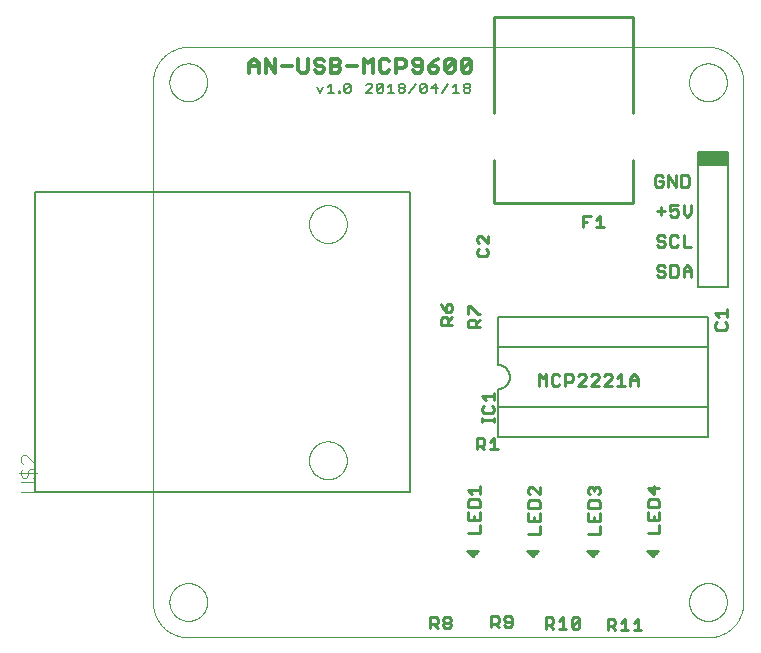
<source format=gto>
G75*
%MOIN*%
%OFA0B0*%
%FSLAX25Y25*%
%IPPOS*%
%LPD*%
%AMOC8*
5,1,8,0,0,1.08239X$1,22.5*
%
%ADD10C,0.00000*%
%ADD11C,0.00900*%
%ADD12C,0.01200*%
%ADD13C,0.00800*%
%ADD14C,0.00600*%
%ADD15C,0.01000*%
%ADD16C,0.00500*%
%ADD17C,0.00787*%
%ADD18R,0.10000X0.05000*%
%ADD19C,0.00400*%
D10*
X0046801Y0017535D02*
X0046801Y0190764D01*
X0052313Y0190764D02*
X0052315Y0190922D01*
X0052321Y0191080D01*
X0052331Y0191238D01*
X0052345Y0191396D01*
X0052363Y0191553D01*
X0052384Y0191710D01*
X0052410Y0191866D01*
X0052440Y0192022D01*
X0052473Y0192177D01*
X0052511Y0192330D01*
X0052552Y0192483D01*
X0052597Y0192635D01*
X0052646Y0192786D01*
X0052699Y0192935D01*
X0052755Y0193083D01*
X0052815Y0193229D01*
X0052879Y0193374D01*
X0052947Y0193517D01*
X0053018Y0193659D01*
X0053092Y0193799D01*
X0053170Y0193936D01*
X0053252Y0194072D01*
X0053336Y0194206D01*
X0053425Y0194337D01*
X0053516Y0194466D01*
X0053611Y0194593D01*
X0053708Y0194718D01*
X0053809Y0194840D01*
X0053913Y0194959D01*
X0054020Y0195076D01*
X0054130Y0195190D01*
X0054243Y0195301D01*
X0054358Y0195410D01*
X0054476Y0195515D01*
X0054597Y0195617D01*
X0054720Y0195717D01*
X0054846Y0195813D01*
X0054974Y0195906D01*
X0055104Y0195996D01*
X0055237Y0196082D01*
X0055372Y0196166D01*
X0055508Y0196245D01*
X0055647Y0196322D01*
X0055788Y0196394D01*
X0055930Y0196464D01*
X0056074Y0196529D01*
X0056220Y0196591D01*
X0056367Y0196649D01*
X0056516Y0196704D01*
X0056666Y0196755D01*
X0056817Y0196802D01*
X0056969Y0196845D01*
X0057122Y0196884D01*
X0057277Y0196920D01*
X0057432Y0196951D01*
X0057588Y0196979D01*
X0057744Y0197003D01*
X0057901Y0197023D01*
X0058059Y0197039D01*
X0058216Y0197051D01*
X0058375Y0197059D01*
X0058533Y0197063D01*
X0058691Y0197063D01*
X0058849Y0197059D01*
X0059008Y0197051D01*
X0059165Y0197039D01*
X0059323Y0197023D01*
X0059480Y0197003D01*
X0059636Y0196979D01*
X0059792Y0196951D01*
X0059947Y0196920D01*
X0060102Y0196884D01*
X0060255Y0196845D01*
X0060407Y0196802D01*
X0060558Y0196755D01*
X0060708Y0196704D01*
X0060857Y0196649D01*
X0061004Y0196591D01*
X0061150Y0196529D01*
X0061294Y0196464D01*
X0061436Y0196394D01*
X0061577Y0196322D01*
X0061716Y0196245D01*
X0061852Y0196166D01*
X0061987Y0196082D01*
X0062120Y0195996D01*
X0062250Y0195906D01*
X0062378Y0195813D01*
X0062504Y0195717D01*
X0062627Y0195617D01*
X0062748Y0195515D01*
X0062866Y0195410D01*
X0062981Y0195301D01*
X0063094Y0195190D01*
X0063204Y0195076D01*
X0063311Y0194959D01*
X0063415Y0194840D01*
X0063516Y0194718D01*
X0063613Y0194593D01*
X0063708Y0194466D01*
X0063799Y0194337D01*
X0063888Y0194206D01*
X0063972Y0194072D01*
X0064054Y0193936D01*
X0064132Y0193799D01*
X0064206Y0193659D01*
X0064277Y0193517D01*
X0064345Y0193374D01*
X0064409Y0193229D01*
X0064469Y0193083D01*
X0064525Y0192935D01*
X0064578Y0192786D01*
X0064627Y0192635D01*
X0064672Y0192483D01*
X0064713Y0192330D01*
X0064751Y0192177D01*
X0064784Y0192022D01*
X0064814Y0191866D01*
X0064840Y0191710D01*
X0064861Y0191553D01*
X0064879Y0191396D01*
X0064893Y0191238D01*
X0064903Y0191080D01*
X0064909Y0190922D01*
X0064911Y0190764D01*
X0064909Y0190606D01*
X0064903Y0190448D01*
X0064893Y0190290D01*
X0064879Y0190132D01*
X0064861Y0189975D01*
X0064840Y0189818D01*
X0064814Y0189662D01*
X0064784Y0189506D01*
X0064751Y0189351D01*
X0064713Y0189198D01*
X0064672Y0189045D01*
X0064627Y0188893D01*
X0064578Y0188742D01*
X0064525Y0188593D01*
X0064469Y0188445D01*
X0064409Y0188299D01*
X0064345Y0188154D01*
X0064277Y0188011D01*
X0064206Y0187869D01*
X0064132Y0187729D01*
X0064054Y0187592D01*
X0063972Y0187456D01*
X0063888Y0187322D01*
X0063799Y0187191D01*
X0063708Y0187062D01*
X0063613Y0186935D01*
X0063516Y0186810D01*
X0063415Y0186688D01*
X0063311Y0186569D01*
X0063204Y0186452D01*
X0063094Y0186338D01*
X0062981Y0186227D01*
X0062866Y0186118D01*
X0062748Y0186013D01*
X0062627Y0185911D01*
X0062504Y0185811D01*
X0062378Y0185715D01*
X0062250Y0185622D01*
X0062120Y0185532D01*
X0061987Y0185446D01*
X0061852Y0185362D01*
X0061716Y0185283D01*
X0061577Y0185206D01*
X0061436Y0185134D01*
X0061294Y0185064D01*
X0061150Y0184999D01*
X0061004Y0184937D01*
X0060857Y0184879D01*
X0060708Y0184824D01*
X0060558Y0184773D01*
X0060407Y0184726D01*
X0060255Y0184683D01*
X0060102Y0184644D01*
X0059947Y0184608D01*
X0059792Y0184577D01*
X0059636Y0184549D01*
X0059480Y0184525D01*
X0059323Y0184505D01*
X0059165Y0184489D01*
X0059008Y0184477D01*
X0058849Y0184469D01*
X0058691Y0184465D01*
X0058533Y0184465D01*
X0058375Y0184469D01*
X0058216Y0184477D01*
X0058059Y0184489D01*
X0057901Y0184505D01*
X0057744Y0184525D01*
X0057588Y0184549D01*
X0057432Y0184577D01*
X0057277Y0184608D01*
X0057122Y0184644D01*
X0056969Y0184683D01*
X0056817Y0184726D01*
X0056666Y0184773D01*
X0056516Y0184824D01*
X0056367Y0184879D01*
X0056220Y0184937D01*
X0056074Y0184999D01*
X0055930Y0185064D01*
X0055788Y0185134D01*
X0055647Y0185206D01*
X0055508Y0185283D01*
X0055372Y0185362D01*
X0055237Y0185446D01*
X0055104Y0185532D01*
X0054974Y0185622D01*
X0054846Y0185715D01*
X0054720Y0185811D01*
X0054597Y0185911D01*
X0054476Y0186013D01*
X0054358Y0186118D01*
X0054243Y0186227D01*
X0054130Y0186338D01*
X0054020Y0186452D01*
X0053913Y0186569D01*
X0053809Y0186688D01*
X0053708Y0186810D01*
X0053611Y0186935D01*
X0053516Y0187062D01*
X0053425Y0187191D01*
X0053336Y0187322D01*
X0053252Y0187456D01*
X0053170Y0187592D01*
X0053092Y0187729D01*
X0053018Y0187869D01*
X0052947Y0188011D01*
X0052879Y0188154D01*
X0052815Y0188299D01*
X0052755Y0188445D01*
X0052699Y0188593D01*
X0052646Y0188742D01*
X0052597Y0188893D01*
X0052552Y0189045D01*
X0052511Y0189198D01*
X0052473Y0189351D01*
X0052440Y0189506D01*
X0052410Y0189662D01*
X0052384Y0189818D01*
X0052363Y0189975D01*
X0052345Y0190132D01*
X0052331Y0190290D01*
X0052321Y0190448D01*
X0052315Y0190606D01*
X0052313Y0190764D01*
X0046801Y0190764D02*
X0046804Y0191049D01*
X0046815Y0191335D01*
X0046832Y0191620D01*
X0046856Y0191904D01*
X0046887Y0192188D01*
X0046925Y0192471D01*
X0046970Y0192752D01*
X0047021Y0193033D01*
X0047079Y0193313D01*
X0047144Y0193591D01*
X0047216Y0193867D01*
X0047294Y0194141D01*
X0047379Y0194414D01*
X0047471Y0194684D01*
X0047569Y0194952D01*
X0047673Y0195218D01*
X0047784Y0195481D01*
X0047901Y0195741D01*
X0048024Y0195999D01*
X0048154Y0196253D01*
X0048290Y0196504D01*
X0048431Y0196752D01*
X0048579Y0196996D01*
X0048732Y0197237D01*
X0048892Y0197473D01*
X0049057Y0197706D01*
X0049227Y0197935D01*
X0049403Y0198160D01*
X0049585Y0198380D01*
X0049771Y0198596D01*
X0049963Y0198807D01*
X0050160Y0199014D01*
X0050362Y0199216D01*
X0050569Y0199413D01*
X0050780Y0199605D01*
X0050996Y0199791D01*
X0051216Y0199973D01*
X0051441Y0200149D01*
X0051670Y0200319D01*
X0051903Y0200484D01*
X0052139Y0200644D01*
X0052380Y0200797D01*
X0052624Y0200945D01*
X0052872Y0201086D01*
X0053123Y0201222D01*
X0053377Y0201352D01*
X0053635Y0201475D01*
X0053895Y0201592D01*
X0054158Y0201703D01*
X0054424Y0201807D01*
X0054692Y0201905D01*
X0054962Y0201997D01*
X0055235Y0202082D01*
X0055509Y0202160D01*
X0055785Y0202232D01*
X0056063Y0202297D01*
X0056343Y0202355D01*
X0056624Y0202406D01*
X0056905Y0202451D01*
X0057188Y0202489D01*
X0057472Y0202520D01*
X0057756Y0202544D01*
X0058041Y0202561D01*
X0058327Y0202572D01*
X0058612Y0202575D01*
X0231840Y0202575D01*
X0225541Y0190764D02*
X0225543Y0190922D01*
X0225549Y0191080D01*
X0225559Y0191238D01*
X0225573Y0191396D01*
X0225591Y0191553D01*
X0225612Y0191710D01*
X0225638Y0191866D01*
X0225668Y0192022D01*
X0225701Y0192177D01*
X0225739Y0192330D01*
X0225780Y0192483D01*
X0225825Y0192635D01*
X0225874Y0192786D01*
X0225927Y0192935D01*
X0225983Y0193083D01*
X0226043Y0193229D01*
X0226107Y0193374D01*
X0226175Y0193517D01*
X0226246Y0193659D01*
X0226320Y0193799D01*
X0226398Y0193936D01*
X0226480Y0194072D01*
X0226564Y0194206D01*
X0226653Y0194337D01*
X0226744Y0194466D01*
X0226839Y0194593D01*
X0226936Y0194718D01*
X0227037Y0194840D01*
X0227141Y0194959D01*
X0227248Y0195076D01*
X0227358Y0195190D01*
X0227471Y0195301D01*
X0227586Y0195410D01*
X0227704Y0195515D01*
X0227825Y0195617D01*
X0227948Y0195717D01*
X0228074Y0195813D01*
X0228202Y0195906D01*
X0228332Y0195996D01*
X0228465Y0196082D01*
X0228600Y0196166D01*
X0228736Y0196245D01*
X0228875Y0196322D01*
X0229016Y0196394D01*
X0229158Y0196464D01*
X0229302Y0196529D01*
X0229448Y0196591D01*
X0229595Y0196649D01*
X0229744Y0196704D01*
X0229894Y0196755D01*
X0230045Y0196802D01*
X0230197Y0196845D01*
X0230350Y0196884D01*
X0230505Y0196920D01*
X0230660Y0196951D01*
X0230816Y0196979D01*
X0230972Y0197003D01*
X0231129Y0197023D01*
X0231287Y0197039D01*
X0231444Y0197051D01*
X0231603Y0197059D01*
X0231761Y0197063D01*
X0231919Y0197063D01*
X0232077Y0197059D01*
X0232236Y0197051D01*
X0232393Y0197039D01*
X0232551Y0197023D01*
X0232708Y0197003D01*
X0232864Y0196979D01*
X0233020Y0196951D01*
X0233175Y0196920D01*
X0233330Y0196884D01*
X0233483Y0196845D01*
X0233635Y0196802D01*
X0233786Y0196755D01*
X0233936Y0196704D01*
X0234085Y0196649D01*
X0234232Y0196591D01*
X0234378Y0196529D01*
X0234522Y0196464D01*
X0234664Y0196394D01*
X0234805Y0196322D01*
X0234944Y0196245D01*
X0235080Y0196166D01*
X0235215Y0196082D01*
X0235348Y0195996D01*
X0235478Y0195906D01*
X0235606Y0195813D01*
X0235732Y0195717D01*
X0235855Y0195617D01*
X0235976Y0195515D01*
X0236094Y0195410D01*
X0236209Y0195301D01*
X0236322Y0195190D01*
X0236432Y0195076D01*
X0236539Y0194959D01*
X0236643Y0194840D01*
X0236744Y0194718D01*
X0236841Y0194593D01*
X0236936Y0194466D01*
X0237027Y0194337D01*
X0237116Y0194206D01*
X0237200Y0194072D01*
X0237282Y0193936D01*
X0237360Y0193799D01*
X0237434Y0193659D01*
X0237505Y0193517D01*
X0237573Y0193374D01*
X0237637Y0193229D01*
X0237697Y0193083D01*
X0237753Y0192935D01*
X0237806Y0192786D01*
X0237855Y0192635D01*
X0237900Y0192483D01*
X0237941Y0192330D01*
X0237979Y0192177D01*
X0238012Y0192022D01*
X0238042Y0191866D01*
X0238068Y0191710D01*
X0238089Y0191553D01*
X0238107Y0191396D01*
X0238121Y0191238D01*
X0238131Y0191080D01*
X0238137Y0190922D01*
X0238139Y0190764D01*
X0238137Y0190606D01*
X0238131Y0190448D01*
X0238121Y0190290D01*
X0238107Y0190132D01*
X0238089Y0189975D01*
X0238068Y0189818D01*
X0238042Y0189662D01*
X0238012Y0189506D01*
X0237979Y0189351D01*
X0237941Y0189198D01*
X0237900Y0189045D01*
X0237855Y0188893D01*
X0237806Y0188742D01*
X0237753Y0188593D01*
X0237697Y0188445D01*
X0237637Y0188299D01*
X0237573Y0188154D01*
X0237505Y0188011D01*
X0237434Y0187869D01*
X0237360Y0187729D01*
X0237282Y0187592D01*
X0237200Y0187456D01*
X0237116Y0187322D01*
X0237027Y0187191D01*
X0236936Y0187062D01*
X0236841Y0186935D01*
X0236744Y0186810D01*
X0236643Y0186688D01*
X0236539Y0186569D01*
X0236432Y0186452D01*
X0236322Y0186338D01*
X0236209Y0186227D01*
X0236094Y0186118D01*
X0235976Y0186013D01*
X0235855Y0185911D01*
X0235732Y0185811D01*
X0235606Y0185715D01*
X0235478Y0185622D01*
X0235348Y0185532D01*
X0235215Y0185446D01*
X0235080Y0185362D01*
X0234944Y0185283D01*
X0234805Y0185206D01*
X0234664Y0185134D01*
X0234522Y0185064D01*
X0234378Y0184999D01*
X0234232Y0184937D01*
X0234085Y0184879D01*
X0233936Y0184824D01*
X0233786Y0184773D01*
X0233635Y0184726D01*
X0233483Y0184683D01*
X0233330Y0184644D01*
X0233175Y0184608D01*
X0233020Y0184577D01*
X0232864Y0184549D01*
X0232708Y0184525D01*
X0232551Y0184505D01*
X0232393Y0184489D01*
X0232236Y0184477D01*
X0232077Y0184469D01*
X0231919Y0184465D01*
X0231761Y0184465D01*
X0231603Y0184469D01*
X0231444Y0184477D01*
X0231287Y0184489D01*
X0231129Y0184505D01*
X0230972Y0184525D01*
X0230816Y0184549D01*
X0230660Y0184577D01*
X0230505Y0184608D01*
X0230350Y0184644D01*
X0230197Y0184683D01*
X0230045Y0184726D01*
X0229894Y0184773D01*
X0229744Y0184824D01*
X0229595Y0184879D01*
X0229448Y0184937D01*
X0229302Y0184999D01*
X0229158Y0185064D01*
X0229016Y0185134D01*
X0228875Y0185206D01*
X0228736Y0185283D01*
X0228600Y0185362D01*
X0228465Y0185446D01*
X0228332Y0185532D01*
X0228202Y0185622D01*
X0228074Y0185715D01*
X0227948Y0185811D01*
X0227825Y0185911D01*
X0227704Y0186013D01*
X0227586Y0186118D01*
X0227471Y0186227D01*
X0227358Y0186338D01*
X0227248Y0186452D01*
X0227141Y0186569D01*
X0227037Y0186688D01*
X0226936Y0186810D01*
X0226839Y0186935D01*
X0226744Y0187062D01*
X0226653Y0187191D01*
X0226564Y0187322D01*
X0226480Y0187456D01*
X0226398Y0187592D01*
X0226320Y0187729D01*
X0226246Y0187869D01*
X0226175Y0188011D01*
X0226107Y0188154D01*
X0226043Y0188299D01*
X0225983Y0188445D01*
X0225927Y0188593D01*
X0225874Y0188742D01*
X0225825Y0188893D01*
X0225780Y0189045D01*
X0225739Y0189198D01*
X0225701Y0189351D01*
X0225668Y0189506D01*
X0225638Y0189662D01*
X0225612Y0189818D01*
X0225591Y0189975D01*
X0225573Y0190132D01*
X0225559Y0190290D01*
X0225549Y0190448D01*
X0225543Y0190606D01*
X0225541Y0190764D01*
X0231840Y0202575D02*
X0232125Y0202572D01*
X0232411Y0202561D01*
X0232696Y0202544D01*
X0232980Y0202520D01*
X0233264Y0202489D01*
X0233547Y0202451D01*
X0233828Y0202406D01*
X0234109Y0202355D01*
X0234389Y0202297D01*
X0234667Y0202232D01*
X0234943Y0202160D01*
X0235217Y0202082D01*
X0235490Y0201997D01*
X0235760Y0201905D01*
X0236028Y0201807D01*
X0236294Y0201703D01*
X0236557Y0201592D01*
X0236817Y0201475D01*
X0237075Y0201352D01*
X0237329Y0201222D01*
X0237580Y0201086D01*
X0237828Y0200945D01*
X0238072Y0200797D01*
X0238313Y0200644D01*
X0238549Y0200484D01*
X0238782Y0200319D01*
X0239011Y0200149D01*
X0239236Y0199973D01*
X0239456Y0199791D01*
X0239672Y0199605D01*
X0239883Y0199413D01*
X0240090Y0199216D01*
X0240292Y0199014D01*
X0240489Y0198807D01*
X0240681Y0198596D01*
X0240867Y0198380D01*
X0241049Y0198160D01*
X0241225Y0197935D01*
X0241395Y0197706D01*
X0241560Y0197473D01*
X0241720Y0197237D01*
X0241873Y0196996D01*
X0242021Y0196752D01*
X0242162Y0196504D01*
X0242298Y0196253D01*
X0242428Y0195999D01*
X0242551Y0195741D01*
X0242668Y0195481D01*
X0242779Y0195218D01*
X0242883Y0194952D01*
X0242981Y0194684D01*
X0243073Y0194414D01*
X0243158Y0194141D01*
X0243236Y0193867D01*
X0243308Y0193591D01*
X0243373Y0193313D01*
X0243431Y0193033D01*
X0243482Y0192752D01*
X0243527Y0192471D01*
X0243565Y0192188D01*
X0243596Y0191904D01*
X0243620Y0191620D01*
X0243637Y0191335D01*
X0243648Y0191049D01*
X0243651Y0190764D01*
X0243651Y0017535D01*
X0225541Y0017535D02*
X0225543Y0017693D01*
X0225549Y0017851D01*
X0225559Y0018009D01*
X0225573Y0018167D01*
X0225591Y0018324D01*
X0225612Y0018481D01*
X0225638Y0018637D01*
X0225668Y0018793D01*
X0225701Y0018948D01*
X0225739Y0019101D01*
X0225780Y0019254D01*
X0225825Y0019406D01*
X0225874Y0019557D01*
X0225927Y0019706D01*
X0225983Y0019854D01*
X0226043Y0020000D01*
X0226107Y0020145D01*
X0226175Y0020288D01*
X0226246Y0020430D01*
X0226320Y0020570D01*
X0226398Y0020707D01*
X0226480Y0020843D01*
X0226564Y0020977D01*
X0226653Y0021108D01*
X0226744Y0021237D01*
X0226839Y0021364D01*
X0226936Y0021489D01*
X0227037Y0021611D01*
X0227141Y0021730D01*
X0227248Y0021847D01*
X0227358Y0021961D01*
X0227471Y0022072D01*
X0227586Y0022181D01*
X0227704Y0022286D01*
X0227825Y0022388D01*
X0227948Y0022488D01*
X0228074Y0022584D01*
X0228202Y0022677D01*
X0228332Y0022767D01*
X0228465Y0022853D01*
X0228600Y0022937D01*
X0228736Y0023016D01*
X0228875Y0023093D01*
X0229016Y0023165D01*
X0229158Y0023235D01*
X0229302Y0023300D01*
X0229448Y0023362D01*
X0229595Y0023420D01*
X0229744Y0023475D01*
X0229894Y0023526D01*
X0230045Y0023573D01*
X0230197Y0023616D01*
X0230350Y0023655D01*
X0230505Y0023691D01*
X0230660Y0023722D01*
X0230816Y0023750D01*
X0230972Y0023774D01*
X0231129Y0023794D01*
X0231287Y0023810D01*
X0231444Y0023822D01*
X0231603Y0023830D01*
X0231761Y0023834D01*
X0231919Y0023834D01*
X0232077Y0023830D01*
X0232236Y0023822D01*
X0232393Y0023810D01*
X0232551Y0023794D01*
X0232708Y0023774D01*
X0232864Y0023750D01*
X0233020Y0023722D01*
X0233175Y0023691D01*
X0233330Y0023655D01*
X0233483Y0023616D01*
X0233635Y0023573D01*
X0233786Y0023526D01*
X0233936Y0023475D01*
X0234085Y0023420D01*
X0234232Y0023362D01*
X0234378Y0023300D01*
X0234522Y0023235D01*
X0234664Y0023165D01*
X0234805Y0023093D01*
X0234944Y0023016D01*
X0235080Y0022937D01*
X0235215Y0022853D01*
X0235348Y0022767D01*
X0235478Y0022677D01*
X0235606Y0022584D01*
X0235732Y0022488D01*
X0235855Y0022388D01*
X0235976Y0022286D01*
X0236094Y0022181D01*
X0236209Y0022072D01*
X0236322Y0021961D01*
X0236432Y0021847D01*
X0236539Y0021730D01*
X0236643Y0021611D01*
X0236744Y0021489D01*
X0236841Y0021364D01*
X0236936Y0021237D01*
X0237027Y0021108D01*
X0237116Y0020977D01*
X0237200Y0020843D01*
X0237282Y0020707D01*
X0237360Y0020570D01*
X0237434Y0020430D01*
X0237505Y0020288D01*
X0237573Y0020145D01*
X0237637Y0020000D01*
X0237697Y0019854D01*
X0237753Y0019706D01*
X0237806Y0019557D01*
X0237855Y0019406D01*
X0237900Y0019254D01*
X0237941Y0019101D01*
X0237979Y0018948D01*
X0238012Y0018793D01*
X0238042Y0018637D01*
X0238068Y0018481D01*
X0238089Y0018324D01*
X0238107Y0018167D01*
X0238121Y0018009D01*
X0238131Y0017851D01*
X0238137Y0017693D01*
X0238139Y0017535D01*
X0238137Y0017377D01*
X0238131Y0017219D01*
X0238121Y0017061D01*
X0238107Y0016903D01*
X0238089Y0016746D01*
X0238068Y0016589D01*
X0238042Y0016433D01*
X0238012Y0016277D01*
X0237979Y0016122D01*
X0237941Y0015969D01*
X0237900Y0015816D01*
X0237855Y0015664D01*
X0237806Y0015513D01*
X0237753Y0015364D01*
X0237697Y0015216D01*
X0237637Y0015070D01*
X0237573Y0014925D01*
X0237505Y0014782D01*
X0237434Y0014640D01*
X0237360Y0014500D01*
X0237282Y0014363D01*
X0237200Y0014227D01*
X0237116Y0014093D01*
X0237027Y0013962D01*
X0236936Y0013833D01*
X0236841Y0013706D01*
X0236744Y0013581D01*
X0236643Y0013459D01*
X0236539Y0013340D01*
X0236432Y0013223D01*
X0236322Y0013109D01*
X0236209Y0012998D01*
X0236094Y0012889D01*
X0235976Y0012784D01*
X0235855Y0012682D01*
X0235732Y0012582D01*
X0235606Y0012486D01*
X0235478Y0012393D01*
X0235348Y0012303D01*
X0235215Y0012217D01*
X0235080Y0012133D01*
X0234944Y0012054D01*
X0234805Y0011977D01*
X0234664Y0011905D01*
X0234522Y0011835D01*
X0234378Y0011770D01*
X0234232Y0011708D01*
X0234085Y0011650D01*
X0233936Y0011595D01*
X0233786Y0011544D01*
X0233635Y0011497D01*
X0233483Y0011454D01*
X0233330Y0011415D01*
X0233175Y0011379D01*
X0233020Y0011348D01*
X0232864Y0011320D01*
X0232708Y0011296D01*
X0232551Y0011276D01*
X0232393Y0011260D01*
X0232236Y0011248D01*
X0232077Y0011240D01*
X0231919Y0011236D01*
X0231761Y0011236D01*
X0231603Y0011240D01*
X0231444Y0011248D01*
X0231287Y0011260D01*
X0231129Y0011276D01*
X0230972Y0011296D01*
X0230816Y0011320D01*
X0230660Y0011348D01*
X0230505Y0011379D01*
X0230350Y0011415D01*
X0230197Y0011454D01*
X0230045Y0011497D01*
X0229894Y0011544D01*
X0229744Y0011595D01*
X0229595Y0011650D01*
X0229448Y0011708D01*
X0229302Y0011770D01*
X0229158Y0011835D01*
X0229016Y0011905D01*
X0228875Y0011977D01*
X0228736Y0012054D01*
X0228600Y0012133D01*
X0228465Y0012217D01*
X0228332Y0012303D01*
X0228202Y0012393D01*
X0228074Y0012486D01*
X0227948Y0012582D01*
X0227825Y0012682D01*
X0227704Y0012784D01*
X0227586Y0012889D01*
X0227471Y0012998D01*
X0227358Y0013109D01*
X0227248Y0013223D01*
X0227141Y0013340D01*
X0227037Y0013459D01*
X0226936Y0013581D01*
X0226839Y0013706D01*
X0226744Y0013833D01*
X0226653Y0013962D01*
X0226564Y0014093D01*
X0226480Y0014227D01*
X0226398Y0014363D01*
X0226320Y0014500D01*
X0226246Y0014640D01*
X0226175Y0014782D01*
X0226107Y0014925D01*
X0226043Y0015070D01*
X0225983Y0015216D01*
X0225927Y0015364D01*
X0225874Y0015513D01*
X0225825Y0015664D01*
X0225780Y0015816D01*
X0225739Y0015969D01*
X0225701Y0016122D01*
X0225668Y0016277D01*
X0225638Y0016433D01*
X0225612Y0016589D01*
X0225591Y0016746D01*
X0225573Y0016903D01*
X0225559Y0017061D01*
X0225549Y0017219D01*
X0225543Y0017377D01*
X0225541Y0017535D01*
X0231840Y0005724D02*
X0232125Y0005727D01*
X0232411Y0005738D01*
X0232696Y0005755D01*
X0232980Y0005779D01*
X0233264Y0005810D01*
X0233547Y0005848D01*
X0233828Y0005893D01*
X0234109Y0005944D01*
X0234389Y0006002D01*
X0234667Y0006067D01*
X0234943Y0006139D01*
X0235217Y0006217D01*
X0235490Y0006302D01*
X0235760Y0006394D01*
X0236028Y0006492D01*
X0236294Y0006596D01*
X0236557Y0006707D01*
X0236817Y0006824D01*
X0237075Y0006947D01*
X0237329Y0007077D01*
X0237580Y0007213D01*
X0237828Y0007354D01*
X0238072Y0007502D01*
X0238313Y0007655D01*
X0238549Y0007815D01*
X0238782Y0007980D01*
X0239011Y0008150D01*
X0239236Y0008326D01*
X0239456Y0008508D01*
X0239672Y0008694D01*
X0239883Y0008886D01*
X0240090Y0009083D01*
X0240292Y0009285D01*
X0240489Y0009492D01*
X0240681Y0009703D01*
X0240867Y0009919D01*
X0241049Y0010139D01*
X0241225Y0010364D01*
X0241395Y0010593D01*
X0241560Y0010826D01*
X0241720Y0011062D01*
X0241873Y0011303D01*
X0242021Y0011547D01*
X0242162Y0011795D01*
X0242298Y0012046D01*
X0242428Y0012300D01*
X0242551Y0012558D01*
X0242668Y0012818D01*
X0242779Y0013081D01*
X0242883Y0013347D01*
X0242981Y0013615D01*
X0243073Y0013885D01*
X0243158Y0014158D01*
X0243236Y0014432D01*
X0243308Y0014708D01*
X0243373Y0014986D01*
X0243431Y0015266D01*
X0243482Y0015547D01*
X0243527Y0015828D01*
X0243565Y0016111D01*
X0243596Y0016395D01*
X0243620Y0016679D01*
X0243637Y0016964D01*
X0243648Y0017250D01*
X0243651Y0017535D01*
X0231840Y0005724D02*
X0058612Y0005724D01*
X0052313Y0017535D02*
X0052315Y0017693D01*
X0052321Y0017851D01*
X0052331Y0018009D01*
X0052345Y0018167D01*
X0052363Y0018324D01*
X0052384Y0018481D01*
X0052410Y0018637D01*
X0052440Y0018793D01*
X0052473Y0018948D01*
X0052511Y0019101D01*
X0052552Y0019254D01*
X0052597Y0019406D01*
X0052646Y0019557D01*
X0052699Y0019706D01*
X0052755Y0019854D01*
X0052815Y0020000D01*
X0052879Y0020145D01*
X0052947Y0020288D01*
X0053018Y0020430D01*
X0053092Y0020570D01*
X0053170Y0020707D01*
X0053252Y0020843D01*
X0053336Y0020977D01*
X0053425Y0021108D01*
X0053516Y0021237D01*
X0053611Y0021364D01*
X0053708Y0021489D01*
X0053809Y0021611D01*
X0053913Y0021730D01*
X0054020Y0021847D01*
X0054130Y0021961D01*
X0054243Y0022072D01*
X0054358Y0022181D01*
X0054476Y0022286D01*
X0054597Y0022388D01*
X0054720Y0022488D01*
X0054846Y0022584D01*
X0054974Y0022677D01*
X0055104Y0022767D01*
X0055237Y0022853D01*
X0055372Y0022937D01*
X0055508Y0023016D01*
X0055647Y0023093D01*
X0055788Y0023165D01*
X0055930Y0023235D01*
X0056074Y0023300D01*
X0056220Y0023362D01*
X0056367Y0023420D01*
X0056516Y0023475D01*
X0056666Y0023526D01*
X0056817Y0023573D01*
X0056969Y0023616D01*
X0057122Y0023655D01*
X0057277Y0023691D01*
X0057432Y0023722D01*
X0057588Y0023750D01*
X0057744Y0023774D01*
X0057901Y0023794D01*
X0058059Y0023810D01*
X0058216Y0023822D01*
X0058375Y0023830D01*
X0058533Y0023834D01*
X0058691Y0023834D01*
X0058849Y0023830D01*
X0059008Y0023822D01*
X0059165Y0023810D01*
X0059323Y0023794D01*
X0059480Y0023774D01*
X0059636Y0023750D01*
X0059792Y0023722D01*
X0059947Y0023691D01*
X0060102Y0023655D01*
X0060255Y0023616D01*
X0060407Y0023573D01*
X0060558Y0023526D01*
X0060708Y0023475D01*
X0060857Y0023420D01*
X0061004Y0023362D01*
X0061150Y0023300D01*
X0061294Y0023235D01*
X0061436Y0023165D01*
X0061577Y0023093D01*
X0061716Y0023016D01*
X0061852Y0022937D01*
X0061987Y0022853D01*
X0062120Y0022767D01*
X0062250Y0022677D01*
X0062378Y0022584D01*
X0062504Y0022488D01*
X0062627Y0022388D01*
X0062748Y0022286D01*
X0062866Y0022181D01*
X0062981Y0022072D01*
X0063094Y0021961D01*
X0063204Y0021847D01*
X0063311Y0021730D01*
X0063415Y0021611D01*
X0063516Y0021489D01*
X0063613Y0021364D01*
X0063708Y0021237D01*
X0063799Y0021108D01*
X0063888Y0020977D01*
X0063972Y0020843D01*
X0064054Y0020707D01*
X0064132Y0020570D01*
X0064206Y0020430D01*
X0064277Y0020288D01*
X0064345Y0020145D01*
X0064409Y0020000D01*
X0064469Y0019854D01*
X0064525Y0019706D01*
X0064578Y0019557D01*
X0064627Y0019406D01*
X0064672Y0019254D01*
X0064713Y0019101D01*
X0064751Y0018948D01*
X0064784Y0018793D01*
X0064814Y0018637D01*
X0064840Y0018481D01*
X0064861Y0018324D01*
X0064879Y0018167D01*
X0064893Y0018009D01*
X0064903Y0017851D01*
X0064909Y0017693D01*
X0064911Y0017535D01*
X0064909Y0017377D01*
X0064903Y0017219D01*
X0064893Y0017061D01*
X0064879Y0016903D01*
X0064861Y0016746D01*
X0064840Y0016589D01*
X0064814Y0016433D01*
X0064784Y0016277D01*
X0064751Y0016122D01*
X0064713Y0015969D01*
X0064672Y0015816D01*
X0064627Y0015664D01*
X0064578Y0015513D01*
X0064525Y0015364D01*
X0064469Y0015216D01*
X0064409Y0015070D01*
X0064345Y0014925D01*
X0064277Y0014782D01*
X0064206Y0014640D01*
X0064132Y0014500D01*
X0064054Y0014363D01*
X0063972Y0014227D01*
X0063888Y0014093D01*
X0063799Y0013962D01*
X0063708Y0013833D01*
X0063613Y0013706D01*
X0063516Y0013581D01*
X0063415Y0013459D01*
X0063311Y0013340D01*
X0063204Y0013223D01*
X0063094Y0013109D01*
X0062981Y0012998D01*
X0062866Y0012889D01*
X0062748Y0012784D01*
X0062627Y0012682D01*
X0062504Y0012582D01*
X0062378Y0012486D01*
X0062250Y0012393D01*
X0062120Y0012303D01*
X0061987Y0012217D01*
X0061852Y0012133D01*
X0061716Y0012054D01*
X0061577Y0011977D01*
X0061436Y0011905D01*
X0061294Y0011835D01*
X0061150Y0011770D01*
X0061004Y0011708D01*
X0060857Y0011650D01*
X0060708Y0011595D01*
X0060558Y0011544D01*
X0060407Y0011497D01*
X0060255Y0011454D01*
X0060102Y0011415D01*
X0059947Y0011379D01*
X0059792Y0011348D01*
X0059636Y0011320D01*
X0059480Y0011296D01*
X0059323Y0011276D01*
X0059165Y0011260D01*
X0059008Y0011248D01*
X0058849Y0011240D01*
X0058691Y0011236D01*
X0058533Y0011236D01*
X0058375Y0011240D01*
X0058216Y0011248D01*
X0058059Y0011260D01*
X0057901Y0011276D01*
X0057744Y0011296D01*
X0057588Y0011320D01*
X0057432Y0011348D01*
X0057277Y0011379D01*
X0057122Y0011415D01*
X0056969Y0011454D01*
X0056817Y0011497D01*
X0056666Y0011544D01*
X0056516Y0011595D01*
X0056367Y0011650D01*
X0056220Y0011708D01*
X0056074Y0011770D01*
X0055930Y0011835D01*
X0055788Y0011905D01*
X0055647Y0011977D01*
X0055508Y0012054D01*
X0055372Y0012133D01*
X0055237Y0012217D01*
X0055104Y0012303D01*
X0054974Y0012393D01*
X0054846Y0012486D01*
X0054720Y0012582D01*
X0054597Y0012682D01*
X0054476Y0012784D01*
X0054358Y0012889D01*
X0054243Y0012998D01*
X0054130Y0013109D01*
X0054020Y0013223D01*
X0053913Y0013340D01*
X0053809Y0013459D01*
X0053708Y0013581D01*
X0053611Y0013706D01*
X0053516Y0013833D01*
X0053425Y0013962D01*
X0053336Y0014093D01*
X0053252Y0014227D01*
X0053170Y0014363D01*
X0053092Y0014500D01*
X0053018Y0014640D01*
X0052947Y0014782D01*
X0052879Y0014925D01*
X0052815Y0015070D01*
X0052755Y0015216D01*
X0052699Y0015364D01*
X0052646Y0015513D01*
X0052597Y0015664D01*
X0052552Y0015816D01*
X0052511Y0015969D01*
X0052473Y0016122D01*
X0052440Y0016277D01*
X0052410Y0016433D01*
X0052384Y0016589D01*
X0052363Y0016746D01*
X0052345Y0016903D01*
X0052331Y0017061D01*
X0052321Y0017219D01*
X0052315Y0017377D01*
X0052313Y0017535D01*
X0046801Y0017535D02*
X0046804Y0017250D01*
X0046815Y0016964D01*
X0046832Y0016679D01*
X0046856Y0016395D01*
X0046887Y0016111D01*
X0046925Y0015828D01*
X0046970Y0015547D01*
X0047021Y0015266D01*
X0047079Y0014986D01*
X0047144Y0014708D01*
X0047216Y0014432D01*
X0047294Y0014158D01*
X0047379Y0013885D01*
X0047471Y0013615D01*
X0047569Y0013347D01*
X0047673Y0013081D01*
X0047784Y0012818D01*
X0047901Y0012558D01*
X0048024Y0012300D01*
X0048154Y0012046D01*
X0048290Y0011795D01*
X0048431Y0011547D01*
X0048579Y0011303D01*
X0048732Y0011062D01*
X0048892Y0010826D01*
X0049057Y0010593D01*
X0049227Y0010364D01*
X0049403Y0010139D01*
X0049585Y0009919D01*
X0049771Y0009703D01*
X0049963Y0009492D01*
X0050160Y0009285D01*
X0050362Y0009083D01*
X0050569Y0008886D01*
X0050780Y0008694D01*
X0050996Y0008508D01*
X0051216Y0008326D01*
X0051441Y0008150D01*
X0051670Y0007980D01*
X0051903Y0007815D01*
X0052139Y0007655D01*
X0052380Y0007502D01*
X0052624Y0007354D01*
X0052872Y0007213D01*
X0053123Y0007077D01*
X0053377Y0006947D01*
X0053635Y0006824D01*
X0053895Y0006707D01*
X0054158Y0006596D01*
X0054424Y0006492D01*
X0054692Y0006394D01*
X0054962Y0006302D01*
X0055235Y0006217D01*
X0055509Y0006139D01*
X0055785Y0006067D01*
X0056063Y0006002D01*
X0056343Y0005944D01*
X0056624Y0005893D01*
X0056905Y0005848D01*
X0057188Y0005810D01*
X0057472Y0005779D01*
X0057756Y0005755D01*
X0058041Y0005738D01*
X0058327Y0005727D01*
X0058612Y0005724D01*
X0098848Y0064780D02*
X0098850Y0064938D01*
X0098856Y0065096D01*
X0098866Y0065254D01*
X0098880Y0065412D01*
X0098898Y0065569D01*
X0098919Y0065726D01*
X0098945Y0065882D01*
X0098975Y0066038D01*
X0099008Y0066193D01*
X0099046Y0066346D01*
X0099087Y0066499D01*
X0099132Y0066651D01*
X0099181Y0066802D01*
X0099234Y0066951D01*
X0099290Y0067099D01*
X0099350Y0067245D01*
X0099414Y0067390D01*
X0099482Y0067533D01*
X0099553Y0067675D01*
X0099627Y0067815D01*
X0099705Y0067952D01*
X0099787Y0068088D01*
X0099871Y0068222D01*
X0099960Y0068353D01*
X0100051Y0068482D01*
X0100146Y0068609D01*
X0100243Y0068734D01*
X0100344Y0068856D01*
X0100448Y0068975D01*
X0100555Y0069092D01*
X0100665Y0069206D01*
X0100778Y0069317D01*
X0100893Y0069426D01*
X0101011Y0069531D01*
X0101132Y0069633D01*
X0101255Y0069733D01*
X0101381Y0069829D01*
X0101509Y0069922D01*
X0101639Y0070012D01*
X0101772Y0070098D01*
X0101907Y0070182D01*
X0102043Y0070261D01*
X0102182Y0070338D01*
X0102323Y0070410D01*
X0102465Y0070480D01*
X0102609Y0070545D01*
X0102755Y0070607D01*
X0102902Y0070665D01*
X0103051Y0070720D01*
X0103201Y0070771D01*
X0103352Y0070818D01*
X0103504Y0070861D01*
X0103657Y0070900D01*
X0103812Y0070936D01*
X0103967Y0070967D01*
X0104123Y0070995D01*
X0104279Y0071019D01*
X0104436Y0071039D01*
X0104594Y0071055D01*
X0104751Y0071067D01*
X0104910Y0071075D01*
X0105068Y0071079D01*
X0105226Y0071079D01*
X0105384Y0071075D01*
X0105543Y0071067D01*
X0105700Y0071055D01*
X0105858Y0071039D01*
X0106015Y0071019D01*
X0106171Y0070995D01*
X0106327Y0070967D01*
X0106482Y0070936D01*
X0106637Y0070900D01*
X0106790Y0070861D01*
X0106942Y0070818D01*
X0107093Y0070771D01*
X0107243Y0070720D01*
X0107392Y0070665D01*
X0107539Y0070607D01*
X0107685Y0070545D01*
X0107829Y0070480D01*
X0107971Y0070410D01*
X0108112Y0070338D01*
X0108251Y0070261D01*
X0108387Y0070182D01*
X0108522Y0070098D01*
X0108655Y0070012D01*
X0108785Y0069922D01*
X0108913Y0069829D01*
X0109039Y0069733D01*
X0109162Y0069633D01*
X0109283Y0069531D01*
X0109401Y0069426D01*
X0109516Y0069317D01*
X0109629Y0069206D01*
X0109739Y0069092D01*
X0109846Y0068975D01*
X0109950Y0068856D01*
X0110051Y0068734D01*
X0110148Y0068609D01*
X0110243Y0068482D01*
X0110334Y0068353D01*
X0110423Y0068222D01*
X0110507Y0068088D01*
X0110589Y0067952D01*
X0110667Y0067815D01*
X0110741Y0067675D01*
X0110812Y0067533D01*
X0110880Y0067390D01*
X0110944Y0067245D01*
X0111004Y0067099D01*
X0111060Y0066951D01*
X0111113Y0066802D01*
X0111162Y0066651D01*
X0111207Y0066499D01*
X0111248Y0066346D01*
X0111286Y0066193D01*
X0111319Y0066038D01*
X0111349Y0065882D01*
X0111375Y0065726D01*
X0111396Y0065569D01*
X0111414Y0065412D01*
X0111428Y0065254D01*
X0111438Y0065096D01*
X0111444Y0064938D01*
X0111446Y0064780D01*
X0111444Y0064622D01*
X0111438Y0064464D01*
X0111428Y0064306D01*
X0111414Y0064148D01*
X0111396Y0063991D01*
X0111375Y0063834D01*
X0111349Y0063678D01*
X0111319Y0063522D01*
X0111286Y0063367D01*
X0111248Y0063214D01*
X0111207Y0063061D01*
X0111162Y0062909D01*
X0111113Y0062758D01*
X0111060Y0062609D01*
X0111004Y0062461D01*
X0110944Y0062315D01*
X0110880Y0062170D01*
X0110812Y0062027D01*
X0110741Y0061885D01*
X0110667Y0061745D01*
X0110589Y0061608D01*
X0110507Y0061472D01*
X0110423Y0061338D01*
X0110334Y0061207D01*
X0110243Y0061078D01*
X0110148Y0060951D01*
X0110051Y0060826D01*
X0109950Y0060704D01*
X0109846Y0060585D01*
X0109739Y0060468D01*
X0109629Y0060354D01*
X0109516Y0060243D01*
X0109401Y0060134D01*
X0109283Y0060029D01*
X0109162Y0059927D01*
X0109039Y0059827D01*
X0108913Y0059731D01*
X0108785Y0059638D01*
X0108655Y0059548D01*
X0108522Y0059462D01*
X0108387Y0059378D01*
X0108251Y0059299D01*
X0108112Y0059222D01*
X0107971Y0059150D01*
X0107829Y0059080D01*
X0107685Y0059015D01*
X0107539Y0058953D01*
X0107392Y0058895D01*
X0107243Y0058840D01*
X0107093Y0058789D01*
X0106942Y0058742D01*
X0106790Y0058699D01*
X0106637Y0058660D01*
X0106482Y0058624D01*
X0106327Y0058593D01*
X0106171Y0058565D01*
X0106015Y0058541D01*
X0105858Y0058521D01*
X0105700Y0058505D01*
X0105543Y0058493D01*
X0105384Y0058485D01*
X0105226Y0058481D01*
X0105068Y0058481D01*
X0104910Y0058485D01*
X0104751Y0058493D01*
X0104594Y0058505D01*
X0104436Y0058521D01*
X0104279Y0058541D01*
X0104123Y0058565D01*
X0103967Y0058593D01*
X0103812Y0058624D01*
X0103657Y0058660D01*
X0103504Y0058699D01*
X0103352Y0058742D01*
X0103201Y0058789D01*
X0103051Y0058840D01*
X0102902Y0058895D01*
X0102755Y0058953D01*
X0102609Y0059015D01*
X0102465Y0059080D01*
X0102323Y0059150D01*
X0102182Y0059222D01*
X0102043Y0059299D01*
X0101907Y0059378D01*
X0101772Y0059462D01*
X0101639Y0059548D01*
X0101509Y0059638D01*
X0101381Y0059731D01*
X0101255Y0059827D01*
X0101132Y0059927D01*
X0101011Y0060029D01*
X0100893Y0060134D01*
X0100778Y0060243D01*
X0100665Y0060354D01*
X0100555Y0060468D01*
X0100448Y0060585D01*
X0100344Y0060704D01*
X0100243Y0060826D01*
X0100146Y0060951D01*
X0100051Y0061078D01*
X0099960Y0061207D01*
X0099871Y0061338D01*
X0099787Y0061472D01*
X0099705Y0061608D01*
X0099627Y0061745D01*
X0099553Y0061885D01*
X0099482Y0062027D01*
X0099414Y0062170D01*
X0099350Y0062315D01*
X0099290Y0062461D01*
X0099234Y0062609D01*
X0099181Y0062758D01*
X0099132Y0062909D01*
X0099087Y0063061D01*
X0099046Y0063214D01*
X0099008Y0063367D01*
X0098975Y0063522D01*
X0098945Y0063678D01*
X0098919Y0063834D01*
X0098898Y0063991D01*
X0098880Y0064148D01*
X0098866Y0064306D01*
X0098856Y0064464D01*
X0098850Y0064622D01*
X0098848Y0064780D01*
X0098848Y0143520D02*
X0098850Y0143678D01*
X0098856Y0143836D01*
X0098866Y0143994D01*
X0098880Y0144152D01*
X0098898Y0144309D01*
X0098919Y0144466D01*
X0098945Y0144622D01*
X0098975Y0144778D01*
X0099008Y0144933D01*
X0099046Y0145086D01*
X0099087Y0145239D01*
X0099132Y0145391D01*
X0099181Y0145542D01*
X0099234Y0145691D01*
X0099290Y0145839D01*
X0099350Y0145985D01*
X0099414Y0146130D01*
X0099482Y0146273D01*
X0099553Y0146415D01*
X0099627Y0146555D01*
X0099705Y0146692D01*
X0099787Y0146828D01*
X0099871Y0146962D01*
X0099960Y0147093D01*
X0100051Y0147222D01*
X0100146Y0147349D01*
X0100243Y0147474D01*
X0100344Y0147596D01*
X0100448Y0147715D01*
X0100555Y0147832D01*
X0100665Y0147946D01*
X0100778Y0148057D01*
X0100893Y0148166D01*
X0101011Y0148271D01*
X0101132Y0148373D01*
X0101255Y0148473D01*
X0101381Y0148569D01*
X0101509Y0148662D01*
X0101639Y0148752D01*
X0101772Y0148838D01*
X0101907Y0148922D01*
X0102043Y0149001D01*
X0102182Y0149078D01*
X0102323Y0149150D01*
X0102465Y0149220D01*
X0102609Y0149285D01*
X0102755Y0149347D01*
X0102902Y0149405D01*
X0103051Y0149460D01*
X0103201Y0149511D01*
X0103352Y0149558D01*
X0103504Y0149601D01*
X0103657Y0149640D01*
X0103812Y0149676D01*
X0103967Y0149707D01*
X0104123Y0149735D01*
X0104279Y0149759D01*
X0104436Y0149779D01*
X0104594Y0149795D01*
X0104751Y0149807D01*
X0104910Y0149815D01*
X0105068Y0149819D01*
X0105226Y0149819D01*
X0105384Y0149815D01*
X0105543Y0149807D01*
X0105700Y0149795D01*
X0105858Y0149779D01*
X0106015Y0149759D01*
X0106171Y0149735D01*
X0106327Y0149707D01*
X0106482Y0149676D01*
X0106637Y0149640D01*
X0106790Y0149601D01*
X0106942Y0149558D01*
X0107093Y0149511D01*
X0107243Y0149460D01*
X0107392Y0149405D01*
X0107539Y0149347D01*
X0107685Y0149285D01*
X0107829Y0149220D01*
X0107971Y0149150D01*
X0108112Y0149078D01*
X0108251Y0149001D01*
X0108387Y0148922D01*
X0108522Y0148838D01*
X0108655Y0148752D01*
X0108785Y0148662D01*
X0108913Y0148569D01*
X0109039Y0148473D01*
X0109162Y0148373D01*
X0109283Y0148271D01*
X0109401Y0148166D01*
X0109516Y0148057D01*
X0109629Y0147946D01*
X0109739Y0147832D01*
X0109846Y0147715D01*
X0109950Y0147596D01*
X0110051Y0147474D01*
X0110148Y0147349D01*
X0110243Y0147222D01*
X0110334Y0147093D01*
X0110423Y0146962D01*
X0110507Y0146828D01*
X0110589Y0146692D01*
X0110667Y0146555D01*
X0110741Y0146415D01*
X0110812Y0146273D01*
X0110880Y0146130D01*
X0110944Y0145985D01*
X0111004Y0145839D01*
X0111060Y0145691D01*
X0111113Y0145542D01*
X0111162Y0145391D01*
X0111207Y0145239D01*
X0111248Y0145086D01*
X0111286Y0144933D01*
X0111319Y0144778D01*
X0111349Y0144622D01*
X0111375Y0144466D01*
X0111396Y0144309D01*
X0111414Y0144152D01*
X0111428Y0143994D01*
X0111438Y0143836D01*
X0111444Y0143678D01*
X0111446Y0143520D01*
X0111444Y0143362D01*
X0111438Y0143204D01*
X0111428Y0143046D01*
X0111414Y0142888D01*
X0111396Y0142731D01*
X0111375Y0142574D01*
X0111349Y0142418D01*
X0111319Y0142262D01*
X0111286Y0142107D01*
X0111248Y0141954D01*
X0111207Y0141801D01*
X0111162Y0141649D01*
X0111113Y0141498D01*
X0111060Y0141349D01*
X0111004Y0141201D01*
X0110944Y0141055D01*
X0110880Y0140910D01*
X0110812Y0140767D01*
X0110741Y0140625D01*
X0110667Y0140485D01*
X0110589Y0140348D01*
X0110507Y0140212D01*
X0110423Y0140078D01*
X0110334Y0139947D01*
X0110243Y0139818D01*
X0110148Y0139691D01*
X0110051Y0139566D01*
X0109950Y0139444D01*
X0109846Y0139325D01*
X0109739Y0139208D01*
X0109629Y0139094D01*
X0109516Y0138983D01*
X0109401Y0138874D01*
X0109283Y0138769D01*
X0109162Y0138667D01*
X0109039Y0138567D01*
X0108913Y0138471D01*
X0108785Y0138378D01*
X0108655Y0138288D01*
X0108522Y0138202D01*
X0108387Y0138118D01*
X0108251Y0138039D01*
X0108112Y0137962D01*
X0107971Y0137890D01*
X0107829Y0137820D01*
X0107685Y0137755D01*
X0107539Y0137693D01*
X0107392Y0137635D01*
X0107243Y0137580D01*
X0107093Y0137529D01*
X0106942Y0137482D01*
X0106790Y0137439D01*
X0106637Y0137400D01*
X0106482Y0137364D01*
X0106327Y0137333D01*
X0106171Y0137305D01*
X0106015Y0137281D01*
X0105858Y0137261D01*
X0105700Y0137245D01*
X0105543Y0137233D01*
X0105384Y0137225D01*
X0105226Y0137221D01*
X0105068Y0137221D01*
X0104910Y0137225D01*
X0104751Y0137233D01*
X0104594Y0137245D01*
X0104436Y0137261D01*
X0104279Y0137281D01*
X0104123Y0137305D01*
X0103967Y0137333D01*
X0103812Y0137364D01*
X0103657Y0137400D01*
X0103504Y0137439D01*
X0103352Y0137482D01*
X0103201Y0137529D01*
X0103051Y0137580D01*
X0102902Y0137635D01*
X0102755Y0137693D01*
X0102609Y0137755D01*
X0102465Y0137820D01*
X0102323Y0137890D01*
X0102182Y0137962D01*
X0102043Y0138039D01*
X0101907Y0138118D01*
X0101772Y0138202D01*
X0101639Y0138288D01*
X0101509Y0138378D01*
X0101381Y0138471D01*
X0101255Y0138567D01*
X0101132Y0138667D01*
X0101011Y0138769D01*
X0100893Y0138874D01*
X0100778Y0138983D01*
X0100665Y0139094D01*
X0100555Y0139208D01*
X0100448Y0139325D01*
X0100344Y0139444D01*
X0100243Y0139566D01*
X0100146Y0139691D01*
X0100051Y0139818D01*
X0099960Y0139947D01*
X0099871Y0140078D01*
X0099787Y0140212D01*
X0099705Y0140348D01*
X0099627Y0140485D01*
X0099553Y0140625D01*
X0099482Y0140767D01*
X0099414Y0140910D01*
X0099350Y0141055D01*
X0099290Y0141201D01*
X0099234Y0141349D01*
X0099181Y0141498D01*
X0099132Y0141649D01*
X0099087Y0141801D01*
X0099046Y0141954D01*
X0099008Y0142107D01*
X0098975Y0142262D01*
X0098945Y0142418D01*
X0098919Y0142574D01*
X0098898Y0142731D01*
X0098880Y0142888D01*
X0098866Y0143046D01*
X0098856Y0143204D01*
X0098850Y0143362D01*
X0098848Y0143520D01*
D11*
X0142759Y0116836D02*
X0143397Y0115560D01*
X0144673Y0114284D01*
X0144673Y0116198D01*
X0145311Y0116836D01*
X0145949Y0116836D01*
X0146587Y0116198D01*
X0146587Y0114922D01*
X0145949Y0114284D01*
X0144673Y0114284D01*
X0144673Y0112486D02*
X0145311Y0111848D01*
X0145311Y0109934D01*
X0146587Y0109934D02*
X0142759Y0109934D01*
X0142759Y0111848D01*
X0143397Y0112486D01*
X0144673Y0112486D01*
X0145311Y0111210D02*
X0146587Y0112486D01*
X0151972Y0113497D02*
X0151972Y0116049D01*
X0152610Y0116049D01*
X0155161Y0113497D01*
X0155799Y0113497D01*
X0155799Y0111699D02*
X0154523Y0110423D01*
X0154523Y0111061D02*
X0154523Y0109147D01*
X0155799Y0109147D02*
X0151972Y0109147D01*
X0151972Y0111061D01*
X0152610Y0111699D01*
X0153886Y0111699D01*
X0154523Y0111061D01*
X0175441Y0093467D02*
X0176717Y0092191D01*
X0177993Y0093467D01*
X0177993Y0089639D01*
X0179791Y0090277D02*
X0180429Y0089639D01*
X0181705Y0089639D01*
X0182343Y0090277D01*
X0184142Y0090915D02*
X0186055Y0090915D01*
X0186693Y0091553D01*
X0186693Y0092829D01*
X0186055Y0093467D01*
X0184142Y0093467D01*
X0184142Y0089639D01*
X0182343Y0092829D02*
X0181705Y0093467D01*
X0180429Y0093467D01*
X0179791Y0092829D01*
X0179791Y0090277D01*
X0175441Y0089639D02*
X0175441Y0093467D01*
X0188492Y0092829D02*
X0189130Y0093467D01*
X0190406Y0093467D01*
X0191044Y0092829D01*
X0191044Y0092191D01*
X0188492Y0089639D01*
X0191044Y0089639D01*
X0192842Y0089639D02*
X0195394Y0092191D01*
X0195394Y0092829D01*
X0194756Y0093467D01*
X0193480Y0093467D01*
X0192842Y0092829D01*
X0192842Y0089639D02*
X0195394Y0089639D01*
X0197192Y0089639D02*
X0199744Y0092191D01*
X0199744Y0092829D01*
X0199106Y0093467D01*
X0197830Y0093467D01*
X0197192Y0092829D01*
X0197192Y0089639D02*
X0199744Y0089639D01*
X0201542Y0089639D02*
X0204094Y0089639D01*
X0202818Y0089639D02*
X0202818Y0093467D01*
X0201542Y0092191D01*
X0205892Y0092191D02*
X0207168Y0093467D01*
X0208444Y0092191D01*
X0208444Y0089639D01*
X0208444Y0091553D02*
X0205892Y0091553D01*
X0205892Y0092191D02*
X0205892Y0089639D01*
X0234275Y0108801D02*
X0234913Y0108163D01*
X0237465Y0108163D01*
X0238102Y0108801D01*
X0238102Y0110076D01*
X0237465Y0110714D01*
X0238102Y0112513D02*
X0238102Y0115065D01*
X0238102Y0113789D02*
X0234275Y0113789D01*
X0235551Y0112513D01*
X0234913Y0110714D02*
X0234275Y0110076D01*
X0234275Y0108801D01*
X0226240Y0125938D02*
X0226240Y0128490D01*
X0224964Y0129766D01*
X0223688Y0128490D01*
X0223688Y0125938D01*
X0221889Y0126576D02*
X0221889Y0129128D01*
X0221251Y0129766D01*
X0219338Y0129766D01*
X0219338Y0125938D01*
X0221251Y0125938D01*
X0221889Y0126576D01*
X0223688Y0127852D02*
X0226240Y0127852D01*
X0226240Y0135938D02*
X0223688Y0135938D01*
X0223688Y0139766D01*
X0221889Y0139128D02*
X0221251Y0139766D01*
X0219976Y0139766D01*
X0219338Y0139128D01*
X0219338Y0136576D01*
X0219976Y0135938D01*
X0221251Y0135938D01*
X0221889Y0136576D01*
X0217539Y0136576D02*
X0216901Y0135938D01*
X0215625Y0135938D01*
X0214987Y0136576D01*
X0215625Y0137852D02*
X0216901Y0137852D01*
X0217539Y0137214D01*
X0217539Y0136576D01*
X0215625Y0137852D02*
X0214987Y0138490D01*
X0214987Y0139128D01*
X0215625Y0139766D01*
X0216901Y0139766D01*
X0217539Y0139128D01*
X0219976Y0145938D02*
X0219338Y0146576D01*
X0219976Y0145938D02*
X0221251Y0145938D01*
X0221889Y0146576D01*
X0221889Y0147852D01*
X0221251Y0148490D01*
X0220613Y0148490D01*
X0219338Y0147852D01*
X0219338Y0149766D01*
X0221889Y0149766D01*
X0223688Y0149766D02*
X0223688Y0147214D01*
X0224964Y0145938D01*
X0226240Y0147214D01*
X0226240Y0149766D01*
X0224814Y0155938D02*
X0222900Y0155938D01*
X0222900Y0159766D01*
X0224814Y0159766D01*
X0225452Y0159128D01*
X0225452Y0156576D01*
X0224814Y0155938D01*
X0221102Y0155938D02*
X0221102Y0159766D01*
X0218550Y0159766D02*
X0218550Y0155938D01*
X0216752Y0156576D02*
X0216114Y0155938D01*
X0214838Y0155938D01*
X0214200Y0156576D01*
X0214200Y0159128D01*
X0214838Y0159766D01*
X0216114Y0159766D01*
X0216752Y0159128D01*
X0216752Y0157852D02*
X0215476Y0157852D01*
X0216752Y0157852D02*
X0216752Y0156576D01*
X0218550Y0159766D02*
X0221102Y0155938D01*
X0216263Y0149128D02*
X0216263Y0146576D01*
X0214987Y0147852D02*
X0217539Y0147852D01*
X0197165Y0142438D02*
X0194613Y0142438D01*
X0195889Y0142438D02*
X0195889Y0146266D01*
X0194613Y0144990D01*
X0192815Y0146266D02*
X0190263Y0146266D01*
X0190263Y0142438D01*
X0190263Y0144352D02*
X0191539Y0144352D01*
X0214987Y0129128D02*
X0214987Y0128490D01*
X0215625Y0127852D01*
X0216901Y0127852D01*
X0217539Y0127214D01*
X0217539Y0126576D01*
X0216901Y0125938D01*
X0215625Y0125938D01*
X0214987Y0126576D01*
X0214987Y0129128D02*
X0215625Y0129766D01*
X0216901Y0129766D01*
X0217539Y0129128D01*
X0158575Y0133399D02*
X0158575Y0134675D01*
X0157937Y0135313D01*
X0158575Y0137112D02*
X0156023Y0139663D01*
X0155385Y0139663D01*
X0154747Y0139025D01*
X0154747Y0137750D01*
X0155385Y0137112D01*
X0155385Y0135313D02*
X0154747Y0134675D01*
X0154747Y0133399D01*
X0155385Y0132761D01*
X0157937Y0132761D01*
X0158575Y0133399D01*
X0158575Y0137112D02*
X0158575Y0139663D01*
X0160351Y0087327D02*
X0160351Y0084775D01*
X0160351Y0086051D02*
X0156523Y0086051D01*
X0157799Y0084775D01*
X0157161Y0082977D02*
X0156523Y0082339D01*
X0156523Y0081063D01*
X0157161Y0080425D01*
X0159713Y0080425D01*
X0160351Y0081063D01*
X0160351Y0082339D01*
X0159713Y0082977D01*
X0160351Y0078801D02*
X0160351Y0077525D01*
X0160351Y0078163D02*
X0156523Y0078163D01*
X0156523Y0077525D02*
X0156523Y0078801D01*
X0156704Y0072226D02*
X0154790Y0072226D01*
X0154790Y0068399D01*
X0154790Y0069675D02*
X0156704Y0069675D01*
X0157342Y0070313D01*
X0157342Y0071589D01*
X0156704Y0072226D01*
X0156066Y0069675D02*
X0157342Y0068399D01*
X0159141Y0068399D02*
X0161692Y0068399D01*
X0160416Y0068399D02*
X0160416Y0072226D01*
X0159141Y0070951D01*
X0155839Y0056148D02*
X0155839Y0053596D01*
X0155839Y0054872D02*
X0152011Y0054872D01*
X0153287Y0053596D01*
X0152649Y0051798D02*
X0152011Y0051160D01*
X0152011Y0049246D01*
X0155839Y0049246D01*
X0155839Y0051160D01*
X0155201Y0051798D01*
X0152649Y0051798D01*
X0152011Y0047447D02*
X0152011Y0044896D01*
X0155839Y0044896D01*
X0155839Y0047447D01*
X0153925Y0046171D02*
X0153925Y0044896D01*
X0155839Y0043097D02*
X0155839Y0040545D01*
X0152011Y0040545D01*
X0172011Y0040333D02*
X0175839Y0040333D01*
X0175839Y0042885D01*
X0175839Y0044683D02*
X0175839Y0047235D01*
X0175839Y0049033D02*
X0175839Y0050947D01*
X0175201Y0051585D01*
X0172649Y0051585D01*
X0172011Y0050947D01*
X0172011Y0049033D01*
X0175839Y0049033D01*
X0173925Y0045959D02*
X0173925Y0044683D01*
X0172011Y0044683D02*
X0175839Y0044683D01*
X0172011Y0044683D02*
X0172011Y0047235D01*
X0172649Y0053383D02*
X0172011Y0054021D01*
X0172011Y0055297D01*
X0172649Y0055935D01*
X0173287Y0055935D01*
X0175839Y0053383D01*
X0175839Y0055935D01*
X0192011Y0055297D02*
X0192649Y0055935D01*
X0193287Y0055935D01*
X0193925Y0055297D01*
X0194563Y0055935D01*
X0195201Y0055935D01*
X0195839Y0055297D01*
X0195839Y0054021D01*
X0195201Y0053383D01*
X0195201Y0051585D02*
X0192649Y0051585D01*
X0192011Y0050947D01*
X0192011Y0049033D01*
X0195839Y0049033D01*
X0195839Y0050947D01*
X0195201Y0051585D01*
X0192649Y0053383D02*
X0192011Y0054021D01*
X0192011Y0055297D01*
X0193925Y0055297D02*
X0193925Y0054659D01*
X0195839Y0047235D02*
X0195839Y0044683D01*
X0192011Y0044683D01*
X0192011Y0047235D01*
X0193925Y0045959D02*
X0193925Y0044683D01*
X0195839Y0042885D02*
X0195839Y0040333D01*
X0192011Y0040333D01*
X0211798Y0040545D02*
X0215626Y0040545D01*
X0215626Y0043097D01*
X0215626Y0044896D02*
X0215626Y0047447D01*
X0215626Y0049246D02*
X0211798Y0049246D01*
X0211798Y0051160D01*
X0212436Y0051798D01*
X0214988Y0051798D01*
X0215626Y0051160D01*
X0215626Y0049246D01*
X0211798Y0047447D02*
X0211798Y0044896D01*
X0215626Y0044896D01*
X0213712Y0044896D02*
X0213712Y0046171D01*
X0213712Y0053596D02*
X0211798Y0055510D01*
X0215626Y0055510D01*
X0213712Y0056148D02*
X0213712Y0053596D01*
X0166534Y0012274D02*
X0165896Y0012912D01*
X0164621Y0012912D01*
X0163983Y0012274D01*
X0163983Y0011636D01*
X0164621Y0010998D01*
X0166534Y0010998D01*
X0166534Y0009722D02*
X0166534Y0012274D01*
X0166534Y0009722D02*
X0165896Y0009084D01*
X0164621Y0009084D01*
X0163983Y0009722D01*
X0162184Y0009084D02*
X0160908Y0010360D01*
X0161546Y0010360D02*
X0159632Y0010360D01*
X0159632Y0009084D02*
X0159632Y0012912D01*
X0161546Y0012912D01*
X0162184Y0012274D01*
X0162184Y0010998D01*
X0161546Y0010360D01*
X0146062Y0010045D02*
X0146062Y0009407D01*
X0145424Y0008769D01*
X0144148Y0008769D01*
X0143510Y0009407D01*
X0143510Y0010045D01*
X0144148Y0010683D01*
X0145424Y0010683D01*
X0146062Y0010045D01*
X0145424Y0010683D02*
X0146062Y0011321D01*
X0146062Y0011959D01*
X0145424Y0012597D01*
X0144148Y0012597D01*
X0143510Y0011959D01*
X0143510Y0011321D01*
X0144148Y0010683D01*
X0141712Y0010683D02*
X0141712Y0011959D01*
X0141074Y0012597D01*
X0139160Y0012597D01*
X0139160Y0008769D01*
X0139160Y0010045D02*
X0141074Y0010045D01*
X0141712Y0010683D01*
X0140436Y0010045D02*
X0141712Y0008769D01*
X0177743Y0008611D02*
X0177743Y0012439D01*
X0179656Y0012439D01*
X0180294Y0011801D01*
X0180294Y0010525D01*
X0179656Y0009887D01*
X0177743Y0009887D01*
X0179019Y0009887D02*
X0180294Y0008611D01*
X0182093Y0008611D02*
X0184645Y0008611D01*
X0183369Y0008611D02*
X0183369Y0012439D01*
X0182093Y0011163D01*
X0186443Y0011801D02*
X0186443Y0009249D01*
X0188995Y0011801D01*
X0188995Y0009249D01*
X0188357Y0008611D01*
X0187081Y0008611D01*
X0186443Y0009249D01*
X0186443Y0011801D02*
X0187081Y0012439D01*
X0188357Y0012439D01*
X0188995Y0011801D01*
X0198428Y0011967D02*
X0198428Y0008139D01*
X0198428Y0009415D02*
X0200342Y0009415D01*
X0200979Y0010053D01*
X0200979Y0011329D01*
X0200342Y0011967D01*
X0198428Y0011967D01*
X0199704Y0009415D02*
X0200979Y0008139D01*
X0202778Y0008139D02*
X0205330Y0008139D01*
X0204054Y0008139D02*
X0204054Y0011967D01*
X0202778Y0010691D01*
X0207128Y0010691D02*
X0208404Y0011967D01*
X0208404Y0008139D01*
X0207128Y0008139D02*
X0209680Y0008139D01*
D12*
X0152060Y0193962D02*
X0150490Y0193962D01*
X0149705Y0194747D01*
X0152845Y0197887D01*
X0152845Y0194747D01*
X0152060Y0193962D01*
X0149705Y0194747D02*
X0149705Y0197887D01*
X0150490Y0198672D01*
X0152060Y0198672D01*
X0152845Y0197887D01*
X0147407Y0197887D02*
X0147407Y0194747D01*
X0146622Y0193962D01*
X0145052Y0193962D01*
X0144267Y0194747D01*
X0147407Y0197887D01*
X0146622Y0198672D01*
X0145052Y0198672D01*
X0144267Y0197887D01*
X0144267Y0194747D01*
X0141969Y0194747D02*
X0141969Y0195532D01*
X0141184Y0196317D01*
X0138829Y0196317D01*
X0138829Y0194747D01*
X0139614Y0193962D01*
X0141184Y0193962D01*
X0141969Y0194747D01*
X0140399Y0197887D02*
X0138829Y0196317D01*
X0140399Y0197887D02*
X0141969Y0198672D01*
X0136531Y0197887D02*
X0136531Y0194747D01*
X0135747Y0193962D01*
X0134177Y0193962D01*
X0133392Y0194747D01*
X0134177Y0196317D02*
X0136531Y0196317D01*
X0136531Y0197887D02*
X0135747Y0198672D01*
X0134177Y0198672D01*
X0133392Y0197887D01*
X0133392Y0197102D01*
X0134177Y0196317D01*
X0131094Y0196317D02*
X0131094Y0197887D01*
X0130309Y0198672D01*
X0127954Y0198672D01*
X0127954Y0193962D01*
X0127954Y0195532D02*
X0130309Y0195532D01*
X0131094Y0196317D01*
X0125656Y0197887D02*
X0124871Y0198672D01*
X0123301Y0198672D01*
X0122516Y0197887D01*
X0122516Y0194747D01*
X0123301Y0193962D01*
X0124871Y0193962D01*
X0125656Y0194747D01*
X0120218Y0193962D02*
X0120218Y0198672D01*
X0118648Y0197102D01*
X0117079Y0198672D01*
X0117079Y0193962D01*
X0114781Y0196317D02*
X0111641Y0196317D01*
X0109343Y0197102D02*
X0108558Y0196317D01*
X0106203Y0196317D01*
X0106203Y0193962D02*
X0106203Y0198672D01*
X0108558Y0198672D01*
X0109343Y0197887D01*
X0109343Y0197102D01*
X0108558Y0196317D02*
X0109343Y0195532D01*
X0109343Y0194747D01*
X0108558Y0193962D01*
X0106203Y0193962D01*
X0103905Y0194747D02*
X0103905Y0195532D01*
X0103120Y0196317D01*
X0101550Y0196317D01*
X0100766Y0197102D01*
X0100766Y0197887D01*
X0101550Y0198672D01*
X0103120Y0198672D01*
X0103905Y0197887D01*
X0103905Y0194747D02*
X0103120Y0193962D01*
X0101550Y0193962D01*
X0100766Y0194747D01*
X0098468Y0194747D02*
X0098468Y0198672D01*
X0095328Y0198672D02*
X0095328Y0194747D01*
X0096113Y0193962D01*
X0097683Y0193962D01*
X0098468Y0194747D01*
X0093030Y0196317D02*
X0089890Y0196317D01*
X0087592Y0193962D02*
X0087592Y0198672D01*
X0084452Y0198672D02*
X0087592Y0193962D01*
X0084452Y0193962D02*
X0084452Y0198672D01*
X0082154Y0197102D02*
X0082154Y0193962D01*
X0082154Y0196317D02*
X0079015Y0196317D01*
X0079015Y0197102D02*
X0079015Y0193962D01*
X0079015Y0197102D02*
X0080585Y0198672D01*
X0082154Y0197102D01*
D13*
X0101531Y0189320D02*
X0102578Y0187227D01*
X0103624Y0189320D01*
X0105156Y0189320D02*
X0106203Y0190366D01*
X0106203Y0187227D01*
X0107249Y0187227D02*
X0105156Y0187227D01*
X0108781Y0187227D02*
X0109305Y0187227D01*
X0109305Y0187750D01*
X0108781Y0187750D01*
X0108781Y0187227D01*
X0110594Y0187750D02*
X0112687Y0189843D01*
X0112687Y0187750D01*
X0112164Y0187227D01*
X0111117Y0187227D01*
X0110594Y0187750D01*
X0110594Y0189843D01*
X0111117Y0190366D01*
X0112164Y0190366D01*
X0112687Y0189843D01*
X0117844Y0189843D02*
X0118368Y0190366D01*
X0119414Y0190366D01*
X0119937Y0189843D01*
X0119937Y0189320D01*
X0117844Y0187227D01*
X0119937Y0187227D01*
X0121469Y0187750D02*
X0121469Y0189843D01*
X0121993Y0190366D01*
X0123039Y0190366D01*
X0123563Y0189843D01*
X0121469Y0187750D01*
X0121993Y0187227D01*
X0123039Y0187227D01*
X0123563Y0187750D01*
X0123563Y0189843D01*
X0125095Y0189320D02*
X0126141Y0190366D01*
X0126141Y0187227D01*
X0125095Y0187227D02*
X0127188Y0187227D01*
X0128720Y0187750D02*
X0128720Y0188273D01*
X0129243Y0188797D01*
X0130290Y0188797D01*
X0130813Y0188273D01*
X0130813Y0187750D01*
X0130290Y0187227D01*
X0129243Y0187227D01*
X0128720Y0187750D01*
X0129243Y0188797D02*
X0128720Y0189320D01*
X0128720Y0189843D01*
X0129243Y0190366D01*
X0130290Y0190366D01*
X0130813Y0189843D01*
X0130813Y0189320D01*
X0130290Y0188797D01*
X0132345Y0187227D02*
X0134438Y0190366D01*
X0135970Y0189843D02*
X0135970Y0187750D01*
X0138063Y0189843D01*
X0138063Y0187750D01*
X0137540Y0187227D01*
X0136493Y0187227D01*
X0135970Y0187750D01*
X0135970Y0189843D02*
X0136493Y0190366D01*
X0137540Y0190366D01*
X0138063Y0189843D01*
X0139595Y0188797D02*
X0141688Y0188797D01*
X0141165Y0190366D02*
X0139595Y0188797D01*
X0141165Y0190366D02*
X0141165Y0187227D01*
X0143220Y0187227D02*
X0145313Y0190366D01*
X0146845Y0189320D02*
X0147892Y0190366D01*
X0147892Y0187227D01*
X0146845Y0187227D02*
X0148939Y0187227D01*
X0150471Y0187750D02*
X0150471Y0188273D01*
X0150994Y0188797D01*
X0152040Y0188797D01*
X0152564Y0188273D01*
X0152564Y0187750D01*
X0152040Y0187227D01*
X0150994Y0187227D01*
X0150471Y0187750D01*
X0150994Y0188797D02*
X0150471Y0189320D01*
X0150471Y0189843D01*
X0150994Y0190366D01*
X0152040Y0190366D01*
X0152564Y0189843D01*
X0152564Y0189320D01*
X0152040Y0188797D01*
D14*
X0161801Y0112575D02*
X0161801Y0102575D01*
X0161801Y0096575D01*
X0161927Y0096573D01*
X0162052Y0096567D01*
X0162177Y0096557D01*
X0162302Y0096543D01*
X0162427Y0096526D01*
X0162551Y0096504D01*
X0162674Y0096479D01*
X0162796Y0096449D01*
X0162917Y0096416D01*
X0163037Y0096379D01*
X0163156Y0096339D01*
X0163273Y0096294D01*
X0163390Y0096246D01*
X0163504Y0096194D01*
X0163617Y0096139D01*
X0163728Y0096080D01*
X0163837Y0096018D01*
X0163944Y0095952D01*
X0164049Y0095883D01*
X0164152Y0095811D01*
X0164253Y0095736D01*
X0164351Y0095657D01*
X0164446Y0095575D01*
X0164539Y0095491D01*
X0164629Y0095403D01*
X0164717Y0095313D01*
X0164801Y0095220D01*
X0164883Y0095125D01*
X0164962Y0095027D01*
X0165037Y0094926D01*
X0165109Y0094823D01*
X0165178Y0094718D01*
X0165244Y0094611D01*
X0165306Y0094502D01*
X0165365Y0094391D01*
X0165420Y0094278D01*
X0165472Y0094164D01*
X0165520Y0094047D01*
X0165565Y0093930D01*
X0165605Y0093811D01*
X0165642Y0093691D01*
X0165675Y0093570D01*
X0165705Y0093448D01*
X0165730Y0093325D01*
X0165752Y0093201D01*
X0165769Y0093076D01*
X0165783Y0092951D01*
X0165793Y0092826D01*
X0165799Y0092701D01*
X0165801Y0092575D01*
X0165799Y0092449D01*
X0165793Y0092324D01*
X0165783Y0092199D01*
X0165769Y0092074D01*
X0165752Y0091949D01*
X0165730Y0091825D01*
X0165705Y0091702D01*
X0165675Y0091580D01*
X0165642Y0091459D01*
X0165605Y0091339D01*
X0165565Y0091220D01*
X0165520Y0091103D01*
X0165472Y0090986D01*
X0165420Y0090872D01*
X0165365Y0090759D01*
X0165306Y0090648D01*
X0165244Y0090539D01*
X0165178Y0090432D01*
X0165109Y0090327D01*
X0165037Y0090224D01*
X0164962Y0090123D01*
X0164883Y0090025D01*
X0164801Y0089930D01*
X0164717Y0089837D01*
X0164629Y0089747D01*
X0164539Y0089659D01*
X0164446Y0089575D01*
X0164351Y0089493D01*
X0164253Y0089414D01*
X0164152Y0089339D01*
X0164049Y0089267D01*
X0163944Y0089198D01*
X0163837Y0089132D01*
X0163728Y0089070D01*
X0163617Y0089011D01*
X0163504Y0088956D01*
X0163390Y0088904D01*
X0163273Y0088856D01*
X0163156Y0088811D01*
X0163037Y0088771D01*
X0162917Y0088734D01*
X0162796Y0088701D01*
X0162674Y0088671D01*
X0162551Y0088646D01*
X0162427Y0088624D01*
X0162302Y0088607D01*
X0162177Y0088593D01*
X0162052Y0088583D01*
X0161927Y0088577D01*
X0161801Y0088575D01*
X0161801Y0082575D01*
X0231801Y0082575D01*
X0231801Y0072575D01*
X0161801Y0072575D01*
X0161801Y0082575D01*
X0161801Y0102575D02*
X0231801Y0102575D01*
X0231801Y0082575D01*
X0231801Y0102575D02*
X0231801Y0112575D01*
X0161801Y0112575D01*
D15*
X0160423Y0150528D02*
X0160423Y0165035D01*
X0160423Y0150528D02*
X0206879Y0150528D01*
X0206879Y0165035D01*
X0206879Y0180528D02*
X0206879Y0212535D01*
X0160423Y0212535D01*
X0160423Y0180528D01*
D16*
X0132667Y0154150D02*
X0007667Y0154150D01*
X0007667Y0054150D01*
X0132667Y0054150D01*
X0132667Y0154150D01*
X0151651Y0034575D02*
X0153651Y0032575D01*
X0155651Y0034575D01*
X0151651Y0034575D01*
X0152086Y0034140D02*
X0155216Y0034140D01*
X0154717Y0033641D02*
X0152585Y0033641D01*
X0153083Y0033143D02*
X0154219Y0033143D01*
X0153720Y0032644D02*
X0153582Y0032644D01*
X0171651Y0034575D02*
X0173651Y0032575D01*
X0175651Y0034575D01*
X0171651Y0034575D01*
X0172086Y0034140D02*
X0175216Y0034140D01*
X0174717Y0033641D02*
X0172585Y0033641D01*
X0173083Y0033143D02*
X0174219Y0033143D01*
X0173720Y0032644D02*
X0173582Y0032644D01*
X0191651Y0034575D02*
X0193651Y0032575D01*
X0195651Y0034575D01*
X0191651Y0034575D01*
X0192086Y0034140D02*
X0195216Y0034140D01*
X0194717Y0033641D02*
X0192585Y0033641D01*
X0193083Y0033143D02*
X0194219Y0033143D01*
X0193720Y0032644D02*
X0193582Y0032644D01*
X0211651Y0034575D02*
X0213651Y0032575D01*
X0215651Y0034575D01*
X0211651Y0034575D01*
X0212086Y0034140D02*
X0215216Y0034140D01*
X0214717Y0033641D02*
X0212585Y0033641D01*
X0213083Y0033143D02*
X0214219Y0033143D01*
X0213720Y0032644D02*
X0213582Y0032644D01*
D17*
X0228651Y0122575D02*
X0228651Y0167575D01*
X0238651Y0167575D01*
X0238651Y0122575D01*
X0228651Y0122575D01*
D18*
X0233651Y0165075D03*
D19*
X0008234Y0060488D02*
X0002095Y0060488D01*
X0002863Y0059721D02*
X0002863Y0061255D01*
X0003630Y0062023D01*
X0003630Y0063557D02*
X0002863Y0064325D01*
X0002863Y0065859D01*
X0003630Y0066627D01*
X0004397Y0066627D01*
X0007467Y0063557D01*
X0007467Y0066627D01*
X0006699Y0062023D02*
X0005932Y0062023D01*
X0005165Y0061255D01*
X0005165Y0059721D01*
X0004397Y0058954D01*
X0003630Y0058954D01*
X0002863Y0059721D01*
X0002863Y0057419D02*
X0006699Y0057419D01*
X0007467Y0056652D01*
X0007467Y0055117D01*
X0006699Y0054350D01*
X0002863Y0054350D01*
X0006699Y0058954D02*
X0007467Y0059721D01*
X0007467Y0061255D01*
X0006699Y0062023D01*
M02*

</source>
